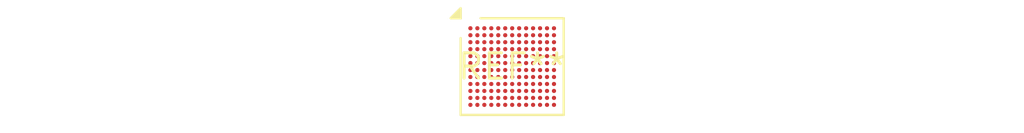
<source format=kicad_pcb>
(kicad_pcb (version 20240108) (generator pcbnew)
  (layers (0 "F.Cu" signal) (31 "B.Cu" signal) (34 "B.Paste" user) (35 "F.Paste" user) (36 "B.SilkS" user "B.Silkscreen") (37 "F.SilkS" user "F.Silkscreen") (38 "B.Mask" user) (39 "F.Mask" user) (44 "Edge.Cuts" user))
  (net 0 "")
  (footprint "ST_WLCSP-156_4.96x4.64mm_Layout13x12_P0.35mm" (layer "F.Cu") (at 0 0)
    (property "Reference" "REF**")
    (property "Value" "ST_WLCSP-156_4.96x4.64mm_Layout13x12_P0.35mm")
    (fp_line (start -2.59 2.43) (end -2.59 -1.43) (layer "F.SilkS") (stroke (width 0.12)))
    (fp_line (start -1.59 -2.43) (end 2.59 -2.43) (layer "F.SilkS") (stroke (width 0.12)))
    (fp_line (start 2.59 -2.43) (end 2.59 2.43) (layer "F.SilkS") (stroke (width 0.12)))
    (fp_line (start 2.59 2.43) (end -2.59 2.43) (layer "F.SilkS") (stroke (width 0.12)))
    (fp_poly (pts (xy -2.59 -2.43) (xy -3.09 -2.43) (xy -2.59 -2.93) (xy -2.59 -2.43)) (layer "F.SilkS") (stroke (width 0.12)) (fill solid))
    (pad "A1" smd circle (at -2.1 -1.925) (size 0.21 0.21) (property pad_prop_bga) (layers "F.Cu" "F.Paste" "F.Mask"))
    (pad "A2" smd circle (at -1.75 -1.925) (size 0.21 0.21) (property pad_prop_bga) (layers "F.Cu" "F.Paste" "F.Mask"))
    (pad "A3" smd circle (at -1.4 -1.925) (size 0.21 0.21) (property pad_prop_bga) (layers "F.Cu" "F.Paste" "F.Mask"))
    (pad "A4" smd circle (at -1.05 -1.925) (size 0.21 0.21) (property pad_prop_bga) (layers "F.Cu" "F.Paste" "F.Mask"))
    (pad "A5" smd circle (at -0.7 -1.925) (size 0.21 0.21) (property pad_prop_bga) (layers "F.Cu" "F.Paste" "F.Mask"))
    (pad "A6" smd circle (at -0.35 -1.925) (size 0.21 0.21) (property pad_prop_bga) (layers "F.Cu" "F.Paste" "F.Mask"))
    (pad "A7" smd circle (at 0 -1.925) (size 0.21 0.21) (property pad_prop_bga) (layers "F.Cu" "F.Paste" "F.Mask"))
    (pad "A8" smd circle (at 0.35 -1.925) (size 0.21 0.21) (property pad_prop_bga) (layers "F.Cu" "F.Paste" "F.Mask"))
    (pad "A9" smd circle (at 0.7 -1.925) (size 0.21 0.21) (property pad_prop_bga) (layers "F.Cu" "F.Paste" "F.Mask"))
    (pad "A10" smd circle (at 1.05 -1.925) (size 0.21 0.21) (property pad_prop_bga) (layers "F.Cu" "F.Paste" "F.Mask"))
    (pad "A11" smd circle (at 1.4 -1.925) (size 0.21 0.21) (property pad_prop_bga) (layers "F.Cu" "F.Paste" "F.Mask"))
    (pad "A12" smd circle (at 1.75 -1.925) (size 0.21 0.21) (property pad_prop_bga) (layers "F.Cu" "F.Paste" "F.Mask"))
    (pad "A13" smd circle (at 2.1 -1.925) (size 0.21 0.21) (property pad_prop_bga) (layers "F.Cu" "F.Paste" "F.Mask"))
    (pad "B1" smd circle (at -2.1 -1.575) (size 0.21 0.21) (property pad_prop_bga) (layers "F.Cu" "F.Paste" "F.Mask"))
    (pad "B2" smd circle (at -1.75 -1.575) (size 0.21 0.21) (property pad_prop_bga) (layers "F.Cu" "F.Paste" "F.Mask"))
    (pad "B3" smd circle (at -1.4 -1.575) (size 0.21 0.21) (property pad_prop_bga) (layers "F.Cu" "F.Paste" "F.Mask"))
    (pad "B4" smd circle (at -1.05 -1.575) (size 0.21 0.21) (property pad_prop_bga) (layers "F.Cu" "F.Paste" "F.Mask"))
    (pad "B5" smd circle (at -0.7 -1.575) (size 0.21 0.21) (property pad_prop_bga) (layers "F.Cu" "F.Paste" "F.Mask"))
    (pad "B6" smd circle (at -0.35 -1.575) (size 0.21 0.21) (property pad_prop_bga) (layers "F.Cu" "F.Paste" "F.Mask"))
    (pad "B7" smd circle (at 0 -1.575) (size 0.21 0.21) (property pad_prop_bga) (layers "F.Cu" "F.Paste" "F.Mask"))
    (pad "B8" smd circle (at 0.35 -1.575) (size 0.21 0.21) (property pad_prop_bga) (layers "F.Cu" "F.Paste" "F.Mask"))
    (pad "B9" smd circle (at 0.7 -1.575) (size 0.21 0.21) (property pad_prop_bga) (layers "F.Cu" "F.Paste" "F.Mask"))
    (pad "B10" smd circle (at 1.05 -1.575) (size 0.21 0.21) (property pad_prop_bga) (layers "F.Cu" "F.Paste" "F.Mask"))
    (pad "B11" smd circle (at 1.4 -1.575) (size 0.21 0.21) (property pad_prop_bga) (layers "F.Cu" "F.Paste" "F.Mask"))
    (pad "B12" smd circle (at 1.75 -1.575) (size 0.21 0.21) (property pad_prop_bga) (layers "F.Cu" "F.Paste" "F.Mask"))
    (pad "B13" smd circle (at 2.1 -1.575) (size 0.21 0.21) (property pad_prop_bga) (layers "F.Cu" "F.Paste" "F.Mask"))
    (pad "C1" smd circle (at -2.1 -1.225) (size 0.21 0.21) (property pad_prop_bga) (layers "F.Cu" "F.Paste" "F.Mask"))
    (pad "C2" smd circle (at -1.75 -1.225) (size 0.21 0.21) (property pad_prop_bga) (layers "F.Cu" "F.Paste" "F.Mask"))
    (pad "C3" smd circle (at -1.4 -1.225) (size 0.21 0.21) (property pad_prop_bga) (layers "F.Cu" "F.Paste" "F.Mask"))
    (pad "C4" smd circle (at -1.05 -1.225) (size 0.21 0.21) (property pad_prop_bga) (layers "F.Cu" "F.Paste" "F.Mask"))
    (pad "C5" smd circle (at -0.7 -1.225) (size 0.21 0.21) (property pad_prop_bga) (layers "F.Cu" "F.Paste" "F.Mask"))
    (pad "C6" smd circle (at -0.35 -1.225) (size 0.21 0.21) (property pad_prop_bga) (layers "F.Cu" "F.Paste" "F.Mask"))
    (pad "C7" smd circle (at 0 -1.225) (size 0.21 0.21) (property pad_prop_bga) (layers "F.Cu" "F.Paste" "F.Mask"))
    (pad "C8" smd circle (at 0.35 -1.225) (size 0.21 0.21) (property pad_prop_bga) (layers "F.Cu" "F.Paste" "F.Mask"))
    (pad "C9" smd circle (at 0.7 -1.225) (size 0.21 0.21) (property pad_prop_bga) (layers "F.Cu" "F.Paste" "F.Mask"))
    (pad "C10" smd circle (at 1.05 -1.225) (size 0.21 0.21) (property pad_prop_bga) (layers "F.Cu" "F.Paste" "F.Mask"))
    (pad "C11" smd circle (at 1.4 -1.225) (size 0.21 0.21) (property pad_prop_bga) (layers "F.Cu" "F.Paste" "F.Mask"))
    (pad "C12" smd circle (at 1.75 -1.225) (size 0.21 0.21) (property pad_prop_bga) (layers "F.Cu" "F.Paste" "F.Mask"))
    (pad "C13" smd circle (at 2.1 -1.225) (size 0.21 0.21) (property pad_prop_bga) (layers "F.Cu" "F.Paste" "F.Mask"))
    (pad "D1" smd circle (at -2.1 -0.875) (size 0.21 0.21) (property pad_prop_bga) (layers "F.Cu" "F.Paste" "F.Mask"))
    (pad "D2" smd circle (at -1.75 -0.875) (size 0.21 0.21) (property pad_prop_bga) (layers "F.Cu" "F.Paste" "F.Mask"))
    (pad "D3" smd circle (at -1.4 -0.875) (size 0.21 0.21) (property pad_prop_bga) (layers "F.Cu" "F.Paste" "F.Mask"))
    (pad "D4" smd circle (at -1.05 -0.875) (size 0.21 0.21) (property pad_prop_bga) (layers "F.Cu" "F.Paste" "F.Mask"))
    (pad "D5" smd circle (at -0.7 -0.875) (size 0.21 0.21) (property pad_prop_bga) (layers "F.Cu" "F.Paste" "F.Mask"))
    (pad "D6" smd circle (at -0.35 -0.875) (size 0.21 0.21) (property pad_prop_bga) (layers "F.Cu" "F.Paste" "F.Mask"))
    (pad "D7" smd circle (at 0 -0.875) (size 0.21 0.21) (property pad_prop_bga) (layers "F.Cu" "F.Paste" "F.Mask"))
    (pad "D8" smd circle (at 0.35 -0.875) (size 0.21 0.21) (property pad_prop_bga) (layers "F.Cu" "F.Paste" "F.Mask"))
    (pad "D9" smd circle (at 0.7 -0.875) (size 0.21 0.21) (property pad_prop_bga) (layers "F.Cu" "F.Paste" "F.Mask"))
    (pad "D10" smd circle (at 1.05 -0.875) (size 0.21 0.21) (property pad_prop_bga) (layers "F.Cu" "F.Paste" "F.Mask"))
    (pad "D11" smd circle (at 1.4 -0.875) (size 0.21 0.21) (property pad_prop_bga) (layers "F.Cu" "F.Paste" "F.Mask"))
    (pad "D12" smd circle (at 1.75 -0.875) (size 0.21 0.21) (property pad_prop_bga) (layers "F.Cu" "F.Paste" "F.Mask"))
    (pad "D13" smd circle (at 2.1 -0.875) (size 0.21 0.21) (property pad_prop_bga) (layers "F.Cu" "F.Paste" "F.Mask"))
    (pad "E1" smd circle (at -2.1 -0.525) (size 0.21 0.21) (property pad_prop_bga) (layers "F.Cu" "F.Paste" "F.Mask"))
    (pad "E2" smd circle (at -1.75 -0.525) (size 0.21 0.21) (property pad_prop_bga) (layers "F.Cu" "F.Paste" "F.Mask"))
    (pad "E3" smd circle (at -1.4 -0.525) (size 0.21 0.21) (property pad_prop_bga) (layers "F.Cu" "F.Paste" "F.Mask"))
    (pad "E4" smd circle (at -1.05 -0.525) (size 0.21 0.21) (property pad_prop_bga) (layers "F.Cu" "F.Paste" "F.Mask"))
    (pad "E5" smd circle (at -0.7 -0.525) (size 0.21 0.21) (property pad_prop_bga) (layers "F.Cu" "F.Paste" "F.Mask"))
    (pad "E6" smd circle (at -0.35 -0.525) (size 0.21 0.21) (property pad_prop_bga) (layers "F.Cu" "F.Paste" "F.Mask"))
    (pad "E7" smd circle (at 0 -0.525) (size 0.21 0.21) (property pad_prop_bga) (layers "F.Cu" "F.Paste" "F.Mask"))
    (pad "E8" smd circle (at 0.35 -0.525) (size 0.21 0.21) (property pad_prop_bga) (layers "F.Cu" "F.Paste" "F.Mask"))
    (pad "E9" smd circle (at 0.7 -0.525) (size 0.21 0.21) (property pad_prop_bga) (layers "F.Cu" "F.Paste" "F.Mask"))
    (pad "E10" smd circle (at 1.05 -0.525) (size 0.21 0.21) (property pad_prop_bga) (layers "F.Cu" "F.Paste" "F.Mask"))
    (pad "E11" smd circle (at 1.4 -0.525) (size 0.21 0.21) (property pad_prop_bga) (layers "F.Cu" "F.Paste" "F.Mask"))
    (pad "E12" smd circle (at 1.75 -0.525) (size 0.21 0.21) (property pad_prop_bga) (layers "F.Cu" "F.Paste" "F.Mask"))
    (pad "E13" smd circle (at 2.1 -0.525) (size 0.21 0.21) (property pad_prop_bga) (layers "F.Cu" "F.Paste" "F.Mask"))
    (pad "F1" smd circle (at -2.1 -0.175) (size 0.21 0.21) (property pad_prop_bga) (layers "F.Cu" "F.Paste" "F.Mask"))
    (pad "F2" smd circle (at -1.75 -0.175) (size 0.21 0.21) (property pad_prop_bga) (layers "F.Cu" "F.Paste" "F.Mask"))
    (pad "F3" smd circle (at -1.4 -0.175) (size 0.21 0.21) (property pad_prop_bga) (layers "F.Cu" "F.Paste" "F.Mask"))
    (pad "F4" smd circle (at -1.05 -0.175) (size 0.21 0.21) (property pad_prop_bga) (layers "F.Cu" "F.Paste" "F.Mask"))
    (pad "F5" smd circle (at -0.7 -0.175) (size 0.21 0.21) (property pad_prop_bga) (layers "F.Cu" "F.Paste" "F.Mask"))
    (pad "F6" smd circle (at -0.35 -0.175) (size 0.21 0.21) (property pad_prop_bga) (layers "F.Cu" "F.Paste" "F.Mask"))
    (pad "F7" smd circle (at 0 -0.175) (size 0.21 0.21) (property pad_prop_bga) (layers "F.Cu" "F.Paste" "F.Mask"))
    (pad "F8" smd circle (at 0.35 -0.175) (size 0.21 0.21) (property pad_prop_bga) (layers "F.Cu" "F.Paste" "F.Mask"))
    (pad "F9" smd circle (at 0.7 -0.175) (size 0.21 0.21) (property pad_prop_bga) (layers "F.Cu" "F.Paste" "F.Mask"))
    (pad "F10" smd circle (at 1.05 -0.175) (size 0.21 0.21) (property pad_prop_bga) (layers "F.Cu" "F.Paste" "F.Mask"))
    (pad "F11" smd circle (at 1.4 -0.175) (size 0.21 0.21) (property pad_prop_bga) (layers "F.Cu" "F.Paste" "F.Mask"))
    (pad "F12" smd circle (at 1.75 -0.175) (size 0.21 0.21) (property pad_prop_bga) (layers "F.Cu" "F.Paste" "F.Mask"))
    (pad "F13" smd circle (at 2.1 -0.175) (size 0.21 0.21) (property pad_prop_bga) (layers "F.Cu" "F.Paste" "F.Mask"))
    (pad "G1" smd circle (at -2.1 0.175) (size 0.21 0.21) (property pad_prop_bga) (layers "F.Cu" "F.Paste" "F.Mask"))
    (pad "G2" smd circle (at -1.75 0.175) (size 0.21 0.21) (property pad_prop_bga) (layers "F.Cu" "F.Paste" "F.Mask"))
    (pad "G3" smd circle (at -1.4 0.175) (size 0.21 0.21) (property pad_prop_bga) (layers "F.Cu" "F.Paste" "F.Mask"))
    (pad "G4" smd circle (at -1.05 0.175) (size 0.21 0.21) (property pad_prop_bga) (layers "F.Cu" "F.Paste" "F.Mask"))
    (pad "G5" smd circle (at -0.7 0.175) (size 0.21 0.21) (property pad_prop_bga) (layers "F.Cu" "F.Paste" "F.Mask"))
    (pad "G6" smd circle (at -0.35 0.175) (size 0.21 0.21) (property pad_prop_bga) (layers "F.Cu" "F.Paste" "F.Mask"))
    (pad "G7" smd circle (at 0 0.175) (size 0.21 0.21) (property pad_prop_bga) (layers "F.Cu" "F.Paste" "F.Mask"))
    (pad "G8" smd circle (at 0.35 0.175) (size 0.21 0.21) (property pad_prop_bga) (layers "F.Cu" "F.Paste" "F.Mask"))
    (pad "G9" smd circle (at 0.7 0.175) (size 0.21 0.21) (property pad_prop_bga) (layers "F.Cu" "F.Paste" "F.Mask"))
    (pad "G10" smd circle (at 1.05 0.175) (size 0.21 0.21) (property pad_prop_bga) (layers "F.Cu" "F.Paste" "F.Mask"))
    (pad "G11" smd circle (at 1.4 0.175) (size 0.21 0.21) (property pad_prop_bga) (layers "F.Cu" "F.Paste" "F.Mask"))
    (pad "G12" smd circle (at 1.75 0.175) (size 0.21 0.21) (property pad_prop_bga) (layers "F.Cu" "F.Paste" "F.Mask"))
    (pad "G13" smd circle (at 2.1 0.175) (size 0.21 0.21) (property pad_prop_bga) (layers "F.Cu" "F.Paste" "F.Mask"))
    (pad "H1" smd circle (at -2.1 0.525) (size 0.21 0.21) (property pad_prop_bga) (layers "F.Cu" "F.Paste" "F.Mask"))
    (pad "H2" smd circle (at -1.75 0.525) (size 0.21 0.21) (property pad_prop_bga) (layers "F.Cu" "F.Paste" "F.Mask"))
    (pad "H3" smd circle (at -1.4 0.525) (size 0.21 0.21) (property pad_prop_bga) (layers "F.Cu" "F.Paste" "F.Mask"))
    (pad "H4" smd circle (at -1.05 0.525) (size 0.21 0.21) (property pad_prop_bga) (layers "F.Cu" "F.Paste" "F.Mask"))
    (pad "H5" smd circle (at -0.7 0.525) (size 0.21 0.21) (property pad_prop_bga) (layers "F.Cu" "F.Paste" "F.Mask"))
    (pad "H6" smd circle (at -0.35 0.525) (size 0.21 0.21) (property pad_prop_bga) (layers "F.Cu" "F.Paste" "F.Mask"))
    (pad "H7" smd circle (at 0 0.525) (size 0.21 0.21) (property pad_prop_bga) (layers "F.Cu" "F.Paste" "F.Mask"))
    (pad "H8" smd circle (at 0.35 0.525) (size 0.21 0.21) (property pad_prop_bga) (layers "F.Cu" "F.Paste" "F.Mask"))
    (pad "H9" smd circle (at 0.7 0.525) (size 0.21 0.21) (property pad_prop_bga) (layers "F.Cu" "F.Paste" "F.Mask"))
    (pad "H10" smd circle (at 1.05 0.525) (size 0.21 0.21) (property pad_prop_bga) (layers "F.Cu" "F.Paste" "F.Mask"))
    (pad "H11" smd circle (at 1.4 0.525) (size 0.21 0.21) (property pad_prop_bga) (layers "F.Cu" "F.Paste" "F.Mask"))
    (pad "H12" smd circle (at 1.75 0.525) (size 0.21 0.21) (property pad_prop_bga) (layers "F.Cu" "F.Paste" "F.Mask"))
    (pad "H13" smd circle (at 2.1 0.525) (size 0.21 0.21) (property pad_prop_bga) (layers "F.Cu" "F.Paste" "F.Mask"))
    (pad "J1" smd circle (at -2.1 0.875) (size 0.21 0.21) (property pad_prop_bga) (layers "F.Cu" "F.Paste" "F.Mask"))
    (pad "J2" smd circle (at -1.75 0.875) (size 0.21 0.21) (property pad_prop_bga) (layers "F.Cu" "F.Paste" "F.Mask"))
    (pad "J3" smd circle (at -1.4 0.875) (size 0.21 0.21) (property pad_prop_bga) (layers "F.Cu" "F.Paste" "F.Mask"))
    (pad "J4" smd circle (at -1.05 0.875) (size 0.21 0.21) (property pad_prop_bga) (layers "F.Cu" "F.Paste" "F.Mask"))
    (pad "J5" smd circle (at -0.7 0.875) (size 0.21 0.21) (property pad_prop_bga) (layers "F.Cu" "F.Paste" "F.Mask"))
    (pad "J6" smd circle (at -0.35 0.875) (size 0.21 0.21) (property pad_prop_bga) (layers "F.Cu" "F.Paste" "F.Mask"))
    (pad "J7" smd circle (at 0 0.875) (size 0.21 0.21) (property pad_prop_bga) (layers "F.Cu" "F.Paste" "F.Mask"))
    (pad "J8" smd circle (at 0.35 0.875) (size 0.21 0.21) (property pad_prop_bga) (layers "F.Cu" "F.Paste" "F.Mask"))
    (pad "J9" smd circle (at 0.7 0.875) (size 0.21 0.21) (property pad_prop_bga) (layers "F.Cu" "F.Paste" "F.Mask"))
    (pad "J10" smd circle (at 1.05 0.875) (size 0.21 0.21) (property pad_prop_bga) (layers "F.Cu" "F.Paste" "F.Mask"))
    (pad "J11" smd circle (at 1.4 0.875) (size 0.21 0.21) (property pad_prop_bga) (layers "F.Cu" "F.Paste" "F.Mask"))
    (pad "J12" smd circle (at 1.75 0.875) (size 0.21 0.21) (property pad_prop_bga) (layers "F.Cu" "F.Paste" "F.Mask"))
    (pad "J13" smd circle (at 2.1 0.875) (size 0.21 0.21) (property pad_prop_bga) (layers "F.Cu" "F.Paste" "F.Mask"))
    (pad "K1" smd circle (at -2.1 1.225) (size 0.21 0.21) (property pad_prop_bga) (layers "F.Cu" "F.Paste" "F.Mask"))
    (pad "K2" smd circle (at -1.75 1.225) (size 0.21 0.21) (property pad_prop_bga) (layers "F.Cu" "F.Paste" "F.Mask"))
    (pad "K3" smd circle (at -1.4 1.225) (size 0.21 0.21) (property pad_prop_bga) (layers "F.Cu" "F.Paste" "F.Mask"))
    (pad "K4" smd circle (at -1.05 1.225) (size 0.21 0.21) (property pad_prop_bga) (layers "F.Cu" "F.Paste" "F.Mask"))
    (pad "K5" smd circle (at -0.7 1.225) (size 0.21 0.21) (property pad_prop_bga) (layers "F.Cu" "F.Paste" "F.Mask"))
    (pad "K6" smd circle (at -0.35 1.225) (size 0.21 0.21) (property pad_prop_bga) (layers "F.Cu" "F.Paste" "F.Mask"))
    (pad "K7" smd circle (at 0 1.225) (size 0.21 0.21) (property pad_prop_bga) (layers "F.Cu" "F.Paste" "F.Mask"))
    (pad "K8" smd circle (at 0.35 1.225) (size 0.21 0.21) (property pad_prop_bga) (layers "F.Cu" "F.Paste" "F.Mask"))
    (pad "K9" smd circle (at 0.7 1.225) (size 0.21 0.21) (property pad_prop_bga) (layers "F.Cu" "F.Paste" "F.Mask"))
    (pad "K10" smd circle (at 1.05 1.225) (size 0.21 0.21) (property pad_prop_bga) (layers "F.Cu" "F.Paste" "F.Mask"))
    (pad "K11" smd circle (at 1.4 1.225) (size 0.21 0.21) (property pad_prop_bga) (layers "F.Cu" "F.Paste" "F.Mask"))
    (pad "K12" smd circle (at 1.75 1.225) (size 0.21 0.21) (property pad_prop_bga) (layers "F.Cu" "F.Paste" "F.Mask"))
    (pad "K13" smd circle (at 2.1 1.225) (size 0.21 0.21) (property pad_prop_bga) (layers "F.Cu" "F.Paste" "F.Mask"))
    (pad "L1" smd circle (at -2.1 1.575) (size 0.21 0.21) (property pad_prop_bga) (layers "F.Cu" "F.Paste" "F.Mask"))
    (pad "L2" smd circle (at -1.75 1.575) (size 0.21 0.21) (property pad_prop_bga) (layers "F.Cu" "F.Paste" "F.Mask"))
    (pad "L3" smd circle (at -1.4 1.575) (size 0.21 0.21) (property pad_prop_bga) (layers "F.Cu" "F.Paste" "F.Mask"))
    (pad "L4" smd circle (at -1.05 1.575) (size 0.21 0.21) (property pad_prop_bga) (layers "F.Cu" "F.Paste" "F.Mask"))
    (pad "L5" smd circle (at -0.7 1.575) (size 0.21 0.21) (property pad_prop_bga) (layers "F.Cu" "F.Paste" "F.Mask"))
    (pad "L6" smd circle (at -0.35 1.575) (size 0.21 0.21) (property pad_prop_bga) (layers "F.Cu" "F.Paste" "F.Mask"))
    (pad "L7" smd circle (at 0 1.575) (size 0.21 0.21) (property pad_prop_bga) (layers "F.Cu" "F.Paste" "F.Mask"))
    (pad "L8" smd circle (at 0.35 1.575) (size 0.21 0.21) (property pad_prop_bga) (layers "F.Cu" "F.Paste" "F.Mask"))
    (pad "L9" smd circle (at 0.7 1.575) (size 0.21 0.21) (property pad_prop_bga) (layers "F.Cu" "F.Paste" "F.Mask"))
    (pad "L10" smd circle (at 1.05 1.575) (size 0.21 0.21) (property pad_prop_bga) (layers "F.Cu" "F.Paste" "F.Mask"))
    (pad "L11" smd circle (at 1.4 1.575) (size 0.21 0.21) (property pad_prop_bga) (layers "F.Cu" "F.Paste" "F.Mask"))
    (pad "L12" smd circle (at 1.75 1.575) (size 0.21 0.21) (property pad_prop_bga) (layers "F.Cu" "F.Paste" "F.Mask"))
    (pad "L13" smd circle (at 2.1 1.575) (size 0.21 0.21) (property pad_prop_bga) (layers "F.Cu" "F.Paste" "F.Mask"))
    (pad "M1" smd circle (at -2.1 1.925) (size 0.21 0.21) (property pad_prop_bga) (layers "F.Cu" "F.Paste" "F.Mask"))
    (pad "M2" smd circle (at -1.75 1.925) (size 0.21 0.21) (property pad_prop_bga) (layers "F.Cu" "F.Paste" "F.Mask"))
    (pad "M3" smd circle (at -1.4 1.925) (size 0.21 0.21) (property pad_prop_bga) (layers "F.Cu" "F.Paste" "F.Mask"))
    (pad "M4" smd circle (at -1.05 1.925) (size 0.21 0.21) (property pad_prop_bga) (layers "F.Cu" "F.Paste" "F.Mask"))
    (pad "M5" smd circle (at -0.7 1.925) (size 0.21 0.21) (property pad_prop_bga) (layers "F.Cu" "F.Paste" "F.Mask"))
    (pad "M6" smd circle (at -0.35 1.925) (size 0.21 0.21) (property pad_prop_bga) (layers "F.Cu" "F.Paste" "F.Mask"))
    (pad "M7" smd circle (at 0 1.925) (size 0.21 0.21) (property pad_prop_bga) (layers "F.Cu" "F.Paste" "F.Mask"))
    (pad "M8" smd circle (at 0.35 1.925) (size 0.21 0.21) (property pad_prop_bga) (layers "F.Cu" "F.Paste" "F.Mask"))
    (pad "M9" smd circle (at 0.7 1.925) (size 0.21 0.21) (property pad_prop_bga) (layers "F.Cu" "F.Paste" "F.Mask"))
    (pad "M10" smd circle (at 1.05 1.925) (size 0.21 0.21) (property pad_prop_bga) (layers "F.Cu" "F.Paste" "F.Mask"))
    (pad "M11" smd circle (at 1.4 1.925) (size 0.21 0.21) (property pad_prop_bga) (layers "F.Cu" "F.Paste" "F.Mask"))
    (pad "M12" smd circle (at 1.75 1.925) (size 0.21 0.21) (property pad_prop_bga) (layers "F.Cu" "F.Paste" "F.Mask"))
    (pad "M13" smd circle (at 2.1 1.925) (size 0.21 0.21) (property pad_prop_bga) (layers "F.Cu" "F.Paste" "F.Mask"))
  )
)
</source>
